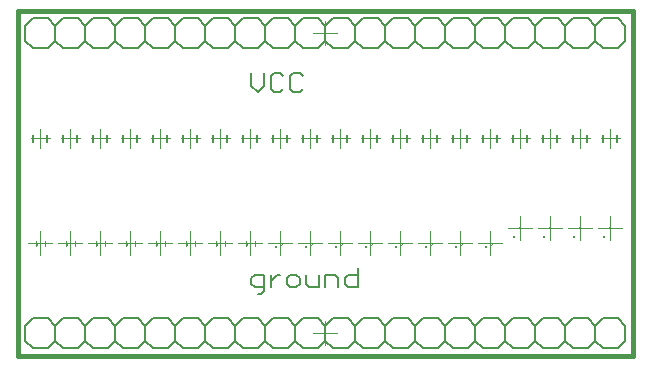
<source format=gto>
G75*
%MOIN*%
%OFA0B0*%
%FSLAX25Y25*%
%IPPOS*%
%LPD*%
%AMOC8*
5,1,8,0,0,1.08239X$1,22.5*
%
%ADD10C,0.00600*%
%ADD11C,0.01600*%
%ADD12C,0.00000*%
%ADD13C,0.00984*%
%ADD14R,0.00787X0.00787*%
%ADD15C,0.00400*%
%ADD16R,0.00886X0.00984*%
%ADD17C,0.00250*%
D10*
X0006604Y0006800D02*
X0009104Y0004300D01*
X0014104Y0004300D01*
X0016604Y0006800D01*
X0019104Y0004300D01*
X0024104Y0004300D01*
X0026604Y0006800D01*
X0026604Y0011800D01*
X0024104Y0014300D01*
X0019104Y0014300D01*
X0016604Y0011800D01*
X0016604Y0006800D01*
X0016604Y0011800D02*
X0014104Y0014300D01*
X0009104Y0014300D01*
X0006604Y0011800D01*
X0006604Y0006800D01*
X0026604Y0006800D02*
X0029104Y0004300D01*
X0034104Y0004300D01*
X0036604Y0006800D01*
X0039104Y0004300D01*
X0044104Y0004300D01*
X0046604Y0006800D01*
X0049104Y0004300D01*
X0054104Y0004300D01*
X0056604Y0006800D01*
X0056604Y0011800D01*
X0054104Y0014300D01*
X0049104Y0014300D01*
X0046604Y0011800D01*
X0046604Y0006800D01*
X0046604Y0011800D02*
X0044104Y0014300D01*
X0039104Y0014300D01*
X0036604Y0011800D01*
X0036604Y0006800D01*
X0036604Y0011800D02*
X0034104Y0014300D01*
X0029104Y0014300D01*
X0026604Y0011800D01*
X0056604Y0011800D02*
X0059104Y0014300D01*
X0064104Y0014300D01*
X0066604Y0011800D01*
X0069104Y0014300D01*
X0074104Y0014300D01*
X0076604Y0011800D01*
X0079104Y0014300D01*
X0084104Y0014300D01*
X0086604Y0011800D01*
X0086604Y0006800D01*
X0084104Y0004300D01*
X0079104Y0004300D01*
X0076604Y0006800D01*
X0074104Y0004300D01*
X0069104Y0004300D01*
X0066604Y0006800D01*
X0064104Y0004300D01*
X0059104Y0004300D01*
X0056604Y0006800D01*
X0066604Y0006800D02*
X0066604Y0011800D01*
X0076604Y0011800D02*
X0076604Y0006800D01*
X0086604Y0006800D02*
X0089104Y0004300D01*
X0094104Y0004300D01*
X0096604Y0006800D01*
X0099104Y0004300D01*
X0104104Y0004300D01*
X0106604Y0006800D01*
X0109104Y0004300D01*
X0114104Y0004300D01*
X0116604Y0006800D01*
X0116604Y0011800D01*
X0114104Y0014300D01*
X0109104Y0014300D01*
X0106604Y0011800D01*
X0106604Y0006800D01*
X0106604Y0011800D02*
X0104104Y0014300D01*
X0099104Y0014300D01*
X0096604Y0011800D01*
X0096604Y0006800D01*
X0096604Y0011800D02*
X0094104Y0014300D01*
X0089104Y0014300D01*
X0086604Y0011800D01*
X0085106Y0022465D02*
X0086174Y0023532D01*
X0086174Y0028870D01*
X0082971Y0028870D01*
X0081904Y0027803D01*
X0081904Y0025668D01*
X0082971Y0024600D01*
X0086174Y0024600D01*
X0088349Y0024600D02*
X0088349Y0028870D01*
X0088349Y0026735D02*
X0090484Y0028870D01*
X0091552Y0028870D01*
X0093720Y0027803D02*
X0093720Y0025668D01*
X0094788Y0024600D01*
X0096923Y0024600D01*
X0097991Y0025668D01*
X0097991Y0027803D01*
X0096923Y0028870D01*
X0094788Y0028870D01*
X0093720Y0027803D01*
X0100166Y0028870D02*
X0100166Y0025668D01*
X0101233Y0024600D01*
X0104436Y0024600D01*
X0104436Y0028870D01*
X0106611Y0028870D02*
X0109814Y0028870D01*
X0110882Y0027803D01*
X0110882Y0024600D01*
X0113057Y0025668D02*
X0113057Y0027803D01*
X0114124Y0028870D01*
X0117327Y0028870D01*
X0117327Y0031005D02*
X0117327Y0024600D01*
X0114124Y0024600D01*
X0113057Y0025668D01*
X0106611Y0024600D02*
X0106611Y0028870D01*
X0119104Y0014300D02*
X0124104Y0014300D01*
X0126604Y0011800D01*
X0129104Y0014300D01*
X0134104Y0014300D01*
X0136604Y0011800D01*
X0139104Y0014300D01*
X0144104Y0014300D01*
X0146604Y0011800D01*
X0146604Y0006800D01*
X0144104Y0004300D01*
X0139104Y0004300D01*
X0136604Y0006800D01*
X0134104Y0004300D01*
X0129104Y0004300D01*
X0126604Y0006800D01*
X0124104Y0004300D01*
X0119104Y0004300D01*
X0116604Y0006800D01*
X0116604Y0011800D02*
X0119104Y0014300D01*
X0126604Y0011800D02*
X0126604Y0006800D01*
X0136604Y0006800D02*
X0136604Y0011800D01*
X0146604Y0011800D02*
X0149104Y0014300D01*
X0154104Y0014300D01*
X0156604Y0011800D01*
X0159104Y0014300D01*
X0164104Y0014300D01*
X0166604Y0011800D01*
X0169104Y0014300D01*
X0174104Y0014300D01*
X0176604Y0011800D01*
X0176604Y0006800D01*
X0174104Y0004300D01*
X0169104Y0004300D01*
X0166604Y0006800D01*
X0164104Y0004300D01*
X0159104Y0004300D01*
X0156604Y0006800D01*
X0154104Y0004300D01*
X0149104Y0004300D01*
X0146604Y0006800D01*
X0156604Y0006800D02*
X0156604Y0011800D01*
X0166604Y0011800D02*
X0166604Y0006800D01*
X0176604Y0006800D02*
X0179104Y0004300D01*
X0184104Y0004300D01*
X0186604Y0006800D01*
X0189104Y0004300D01*
X0194104Y0004300D01*
X0196604Y0006800D01*
X0199104Y0004300D01*
X0204104Y0004300D01*
X0206604Y0006800D01*
X0206604Y0011800D01*
X0204104Y0014300D01*
X0199104Y0014300D01*
X0196604Y0011800D01*
X0196604Y0006800D01*
X0196604Y0011800D02*
X0194104Y0014300D01*
X0189104Y0014300D01*
X0186604Y0011800D01*
X0186604Y0006800D01*
X0186604Y0011800D02*
X0184104Y0014300D01*
X0179104Y0014300D01*
X0176604Y0011800D01*
X0179241Y0073119D02*
X0179241Y0075481D01*
X0173966Y0075481D02*
X0173966Y0073119D01*
X0169241Y0073119D02*
X0169241Y0075481D01*
X0163966Y0075481D02*
X0163966Y0073119D01*
X0159241Y0073119D02*
X0159241Y0075481D01*
X0153966Y0075481D02*
X0153966Y0073119D01*
X0149241Y0073119D02*
X0149241Y0075481D01*
X0143966Y0075481D02*
X0143966Y0073119D01*
X0139241Y0073119D02*
X0139241Y0075481D01*
X0133966Y0075481D02*
X0133966Y0073119D01*
X0129241Y0073119D02*
X0129241Y0075481D01*
X0123966Y0075481D02*
X0123966Y0073119D01*
X0119241Y0073119D02*
X0119241Y0075481D01*
X0113966Y0075481D02*
X0113966Y0073119D01*
X0109241Y0073119D02*
X0109241Y0075481D01*
X0103966Y0075481D02*
X0103966Y0073119D01*
X0099241Y0073119D02*
X0099241Y0075481D01*
X0093966Y0075481D02*
X0093966Y0073119D01*
X0089241Y0073119D02*
X0089241Y0075481D01*
X0083966Y0075481D02*
X0083966Y0073119D01*
X0079241Y0073119D02*
X0079241Y0075481D01*
X0073966Y0075481D02*
X0073966Y0073119D01*
X0069241Y0073119D02*
X0069241Y0075481D01*
X0063966Y0075481D02*
X0063966Y0073119D01*
X0059241Y0073119D02*
X0059241Y0075481D01*
X0053966Y0075481D02*
X0053966Y0073119D01*
X0049241Y0073119D02*
X0049241Y0075481D01*
X0043966Y0075481D02*
X0043966Y0073119D01*
X0039241Y0073119D02*
X0039241Y0075481D01*
X0033966Y0075481D02*
X0033966Y0073119D01*
X0029241Y0073119D02*
X0029241Y0075481D01*
X0023966Y0075481D02*
X0023966Y0073119D01*
X0019241Y0073119D02*
X0019241Y0075481D01*
X0013966Y0075481D02*
X0013966Y0073119D01*
X0009241Y0073119D02*
X0009241Y0075481D01*
X0009104Y0104300D02*
X0014104Y0104300D01*
X0016604Y0106800D01*
X0019104Y0104300D01*
X0024104Y0104300D01*
X0026604Y0106800D01*
X0026604Y0111800D01*
X0024104Y0114300D01*
X0019104Y0114300D01*
X0016604Y0111800D01*
X0016604Y0106800D01*
X0016604Y0111800D02*
X0014104Y0114300D01*
X0009104Y0114300D01*
X0006604Y0111800D01*
X0006604Y0106800D01*
X0009104Y0104300D01*
X0026604Y0106800D02*
X0029104Y0104300D01*
X0034104Y0104300D01*
X0036604Y0106800D01*
X0039104Y0104300D01*
X0044104Y0104300D01*
X0046604Y0106800D01*
X0049104Y0104300D01*
X0054104Y0104300D01*
X0056604Y0106800D01*
X0056604Y0111800D01*
X0054104Y0114300D01*
X0049104Y0114300D01*
X0046604Y0111800D01*
X0046604Y0106800D01*
X0046604Y0111800D02*
X0044104Y0114300D01*
X0039104Y0114300D01*
X0036604Y0111800D01*
X0036604Y0106800D01*
X0036604Y0111800D02*
X0034104Y0114300D01*
X0029104Y0114300D01*
X0026604Y0111800D01*
X0056604Y0111800D02*
X0059104Y0114300D01*
X0064104Y0114300D01*
X0066604Y0111800D01*
X0069104Y0114300D01*
X0074104Y0114300D01*
X0076604Y0111800D01*
X0079104Y0114300D01*
X0084104Y0114300D01*
X0086604Y0111800D01*
X0086604Y0106800D01*
X0084104Y0104300D01*
X0079104Y0104300D01*
X0076604Y0106800D01*
X0074104Y0104300D01*
X0069104Y0104300D01*
X0066604Y0106800D01*
X0064104Y0104300D01*
X0059104Y0104300D01*
X0056604Y0106800D01*
X0066604Y0106800D02*
X0066604Y0111800D01*
X0076604Y0111800D02*
X0076604Y0106800D01*
X0086604Y0106800D02*
X0089104Y0104300D01*
X0094104Y0104300D01*
X0096604Y0106800D01*
X0099104Y0104300D01*
X0104104Y0104300D01*
X0106604Y0106800D01*
X0109104Y0104300D01*
X0114104Y0104300D01*
X0116604Y0106800D01*
X0116604Y0111800D01*
X0114104Y0114300D01*
X0109104Y0114300D01*
X0106604Y0111800D01*
X0106604Y0106800D01*
X0106604Y0111800D02*
X0104104Y0114300D01*
X0099104Y0114300D01*
X0096604Y0111800D01*
X0096604Y0106800D01*
X0096604Y0111800D02*
X0094104Y0114300D01*
X0089104Y0114300D01*
X0086604Y0111800D01*
X0086174Y0096005D02*
X0086174Y0091735D01*
X0084039Y0089600D01*
X0081904Y0091735D01*
X0081904Y0096005D01*
X0088349Y0094938D02*
X0088349Y0090668D01*
X0089417Y0089600D01*
X0091552Y0089600D01*
X0092619Y0090668D01*
X0094795Y0090668D02*
X0095862Y0089600D01*
X0097997Y0089600D01*
X0099065Y0090668D01*
X0099065Y0094938D02*
X0097997Y0096005D01*
X0095862Y0096005D01*
X0094795Y0094938D01*
X0094795Y0090668D01*
X0092619Y0094938D02*
X0091552Y0096005D01*
X0089417Y0096005D01*
X0088349Y0094938D01*
X0116604Y0106800D02*
X0119104Y0104300D01*
X0124104Y0104300D01*
X0126604Y0106800D01*
X0129104Y0104300D01*
X0134104Y0104300D01*
X0136604Y0106800D01*
X0139104Y0104300D01*
X0144104Y0104300D01*
X0146604Y0106800D01*
X0146604Y0111800D01*
X0144104Y0114300D01*
X0139104Y0114300D01*
X0136604Y0111800D01*
X0136604Y0106800D01*
X0136604Y0111800D02*
X0134104Y0114300D01*
X0129104Y0114300D01*
X0126604Y0111800D01*
X0126604Y0106800D01*
X0126604Y0111800D02*
X0124104Y0114300D01*
X0119104Y0114300D01*
X0116604Y0111800D01*
X0146604Y0111800D02*
X0149104Y0114300D01*
X0154104Y0114300D01*
X0156604Y0111800D01*
X0159104Y0114300D01*
X0164104Y0114300D01*
X0166604Y0111800D01*
X0169104Y0114300D01*
X0174104Y0114300D01*
X0176604Y0111800D01*
X0176604Y0106800D01*
X0174104Y0104300D01*
X0169104Y0104300D01*
X0166604Y0106800D01*
X0164104Y0104300D01*
X0159104Y0104300D01*
X0156604Y0106800D01*
X0154104Y0104300D01*
X0149104Y0104300D01*
X0146604Y0106800D01*
X0156604Y0106800D02*
X0156604Y0111800D01*
X0166604Y0111800D02*
X0166604Y0106800D01*
X0176604Y0106800D02*
X0179104Y0104300D01*
X0184104Y0104300D01*
X0186604Y0106800D01*
X0189104Y0104300D01*
X0194104Y0104300D01*
X0196604Y0106800D01*
X0199104Y0104300D01*
X0204104Y0104300D01*
X0206604Y0106800D01*
X0206604Y0111800D01*
X0204104Y0114300D01*
X0199104Y0114300D01*
X0196604Y0111800D01*
X0196604Y0106800D01*
X0196604Y0111800D02*
X0194104Y0114300D01*
X0189104Y0114300D01*
X0186604Y0111800D01*
X0186604Y0106800D01*
X0186604Y0111800D02*
X0184104Y0114300D01*
X0179104Y0114300D01*
X0176604Y0111800D01*
X0183966Y0075481D02*
X0183966Y0073119D01*
X0189241Y0073119D02*
X0189241Y0075481D01*
X0193966Y0075481D02*
X0193966Y0073119D01*
X0199241Y0073119D02*
X0199241Y0075481D01*
X0203966Y0075481D02*
X0203966Y0073119D01*
X0085106Y0022465D02*
X0084039Y0022465D01*
D11*
X0004104Y0001800D02*
X0004104Y0116800D01*
X0209104Y0116800D01*
X0209104Y0001800D01*
X0004104Y0001800D01*
D12*
X0011604Y0035300D02*
X0011604Y0043300D01*
X0007604Y0039300D02*
X0015604Y0039300D01*
X0017604Y0039300D02*
X0025604Y0039300D01*
X0027604Y0039300D02*
X0035604Y0039300D01*
X0037604Y0039300D02*
X0045604Y0039300D01*
X0047604Y0039300D02*
X0055604Y0039300D01*
X0057604Y0039300D02*
X0065604Y0039300D01*
X0067604Y0039300D02*
X0075604Y0039300D01*
X0077604Y0039300D02*
X0085604Y0039300D01*
X0087604Y0039300D02*
X0095604Y0039300D01*
X0097604Y0039300D02*
X0105604Y0039300D01*
X0107604Y0039300D02*
X0115604Y0039300D01*
X0117604Y0039300D02*
X0125604Y0039300D01*
X0127604Y0039300D02*
X0135604Y0039300D01*
X0137604Y0039300D02*
X0145604Y0039300D01*
X0147604Y0039300D02*
X0155604Y0039300D01*
X0157604Y0039300D02*
X0165604Y0039300D01*
X0167604Y0044300D02*
X0175604Y0044300D01*
X0177604Y0044300D02*
X0185604Y0044300D01*
X0187604Y0044300D02*
X0195604Y0044300D01*
X0197604Y0044300D02*
X0205604Y0044300D01*
X0201604Y0040300D02*
X0201604Y0048300D01*
X0191604Y0048300D02*
X0191604Y0040300D01*
X0181604Y0040300D02*
X0181604Y0048300D01*
X0171604Y0048300D02*
X0171604Y0040300D01*
X0161604Y0043300D02*
X0161604Y0035300D01*
X0151604Y0035300D02*
X0151604Y0043300D01*
X0141604Y0043300D02*
X0141604Y0035300D01*
X0131604Y0035300D02*
X0131604Y0043300D01*
X0121604Y0043300D02*
X0121604Y0035300D01*
X0111604Y0035300D02*
X0111604Y0043300D01*
X0101604Y0043300D02*
X0101604Y0035300D01*
X0091604Y0035300D02*
X0091604Y0043300D01*
X0081604Y0043300D02*
X0081604Y0035300D01*
X0071604Y0035300D02*
X0071604Y0043300D01*
X0061604Y0043300D02*
X0061604Y0035300D01*
X0051604Y0035300D02*
X0051604Y0043300D01*
X0041604Y0043300D02*
X0041604Y0035300D01*
X0031604Y0035300D02*
X0031604Y0043300D01*
X0021604Y0043300D02*
X0021604Y0035300D01*
X0021604Y0071172D02*
X0021604Y0077428D01*
X0024731Y0074300D02*
X0018476Y0074300D01*
X0014731Y0074300D02*
X0008476Y0074300D01*
X0011604Y0071172D02*
X0011604Y0077428D01*
X0028476Y0074300D02*
X0034731Y0074300D01*
X0038476Y0074300D02*
X0044731Y0074300D01*
X0048476Y0074300D02*
X0054731Y0074300D01*
X0058476Y0074300D02*
X0064731Y0074300D01*
X0068476Y0074300D02*
X0074731Y0074300D01*
X0078476Y0074300D02*
X0084731Y0074300D01*
X0088476Y0074300D02*
X0094731Y0074300D01*
X0098476Y0074300D02*
X0104731Y0074300D01*
X0108476Y0074300D02*
X0114731Y0074300D01*
X0118476Y0074300D02*
X0124731Y0074300D01*
X0128476Y0074300D02*
X0134731Y0074300D01*
X0138476Y0074300D02*
X0144731Y0074300D01*
X0148476Y0074300D02*
X0154731Y0074300D01*
X0158476Y0074300D02*
X0164731Y0074300D01*
X0168476Y0074300D02*
X0174731Y0074300D01*
X0178476Y0074300D02*
X0184731Y0074300D01*
X0188476Y0074300D02*
X0194731Y0074300D01*
X0198476Y0074300D02*
X0204731Y0074300D01*
X0201604Y0071172D02*
X0201604Y0077428D01*
X0191604Y0077428D02*
X0191604Y0071172D01*
X0181604Y0071172D02*
X0181604Y0077428D01*
X0171604Y0077428D02*
X0171604Y0071172D01*
X0161604Y0071172D02*
X0161604Y0077428D01*
X0151604Y0077428D02*
X0151604Y0071172D01*
X0141604Y0071172D02*
X0141604Y0077428D01*
X0131604Y0077428D02*
X0131604Y0071172D01*
X0121604Y0071172D02*
X0121604Y0077428D01*
X0111604Y0077428D02*
X0111604Y0071172D01*
X0101604Y0071172D02*
X0101604Y0077428D01*
X0091604Y0077428D02*
X0091604Y0071172D01*
X0081604Y0071172D02*
X0081604Y0077428D01*
X0071604Y0077428D02*
X0071604Y0071172D01*
X0061604Y0071172D02*
X0061604Y0077428D01*
X0051604Y0077428D02*
X0051604Y0071172D01*
X0041604Y0071172D02*
X0041604Y0077428D01*
X0031604Y0077428D02*
X0031604Y0071172D01*
X0102604Y0109300D02*
X0110604Y0109300D01*
X0106604Y0105300D02*
X0106604Y0113300D01*
X0106604Y0013300D02*
X0106604Y0005300D01*
X0102604Y0009300D02*
X0110604Y0009300D01*
D13*
X0110029Y0038217D03*
X0100029Y0038217D03*
X0090029Y0038217D03*
X0120029Y0038217D03*
X0130029Y0038217D03*
X0140029Y0038217D03*
X0150029Y0038217D03*
X0160029Y0038217D03*
X0169537Y0041446D03*
X0179537Y0041446D03*
X0189537Y0041446D03*
X0199537Y0041446D03*
D14*
X0201604Y0044300D03*
X0191604Y0044300D03*
X0181604Y0044300D03*
X0171604Y0044300D03*
D15*
X0082982Y0040087D02*
X0082982Y0038513D01*
X0080226Y0038513D02*
X0080226Y0040087D01*
X0072982Y0040087D02*
X0072982Y0038513D01*
X0070226Y0038513D02*
X0070226Y0040087D01*
X0062982Y0040087D02*
X0062982Y0038513D01*
X0060226Y0038513D02*
X0060226Y0040087D01*
X0052982Y0040087D02*
X0052982Y0038513D01*
X0050226Y0038513D02*
X0050226Y0040087D01*
X0042982Y0040087D02*
X0042982Y0038513D01*
X0040226Y0038513D02*
X0040226Y0040087D01*
X0032982Y0040087D02*
X0032982Y0038513D01*
X0030226Y0038513D02*
X0030226Y0040087D01*
X0022982Y0040087D02*
X0022982Y0038513D01*
X0020226Y0038513D02*
X0020226Y0040087D01*
X0012982Y0040087D02*
X0012982Y0038513D01*
X0010226Y0038513D02*
X0010226Y0040087D01*
D16*
X0010472Y0038808D03*
X0020472Y0038808D03*
X0030472Y0038808D03*
X0040472Y0038808D03*
X0050472Y0038808D03*
X0060472Y0038808D03*
X0070472Y0038808D03*
X0080472Y0038808D03*
D17*
X0091013Y0039300D02*
X0091604Y0039891D01*
X0092293Y0039202D01*
X0091702Y0038611D01*
X0091013Y0039300D01*
X0101013Y0039300D02*
X0101604Y0039891D01*
X0102293Y0039202D01*
X0101702Y0038611D01*
X0101013Y0039300D01*
X0111013Y0039300D02*
X0111604Y0039891D01*
X0112293Y0039202D01*
X0111702Y0038611D01*
X0111013Y0039300D01*
X0121013Y0039300D02*
X0121604Y0039891D01*
X0122293Y0039202D01*
X0121702Y0038611D01*
X0121013Y0039300D01*
X0131013Y0039300D02*
X0131604Y0039891D01*
X0132293Y0039202D01*
X0131702Y0038611D01*
X0131013Y0039300D01*
X0141013Y0039300D02*
X0141604Y0039891D01*
X0142293Y0039202D01*
X0141702Y0038611D01*
X0141013Y0039300D01*
X0151013Y0039300D02*
X0151604Y0039891D01*
X0152293Y0039202D01*
X0151702Y0038611D01*
X0151013Y0039300D01*
X0161013Y0039300D02*
X0161604Y0039891D01*
X0162293Y0039202D01*
X0161702Y0038611D01*
X0161013Y0039300D01*
M02*

</source>
